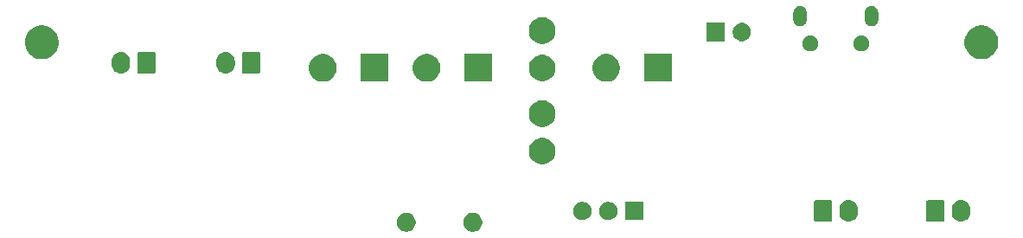
<source format=gbr>
G04 #@! TF.GenerationSoftware,KiCad,Pcbnew,(5.1.5)-3*
G04 #@! TF.CreationDate,2021-01-18T14:34:05-06:00*
G04 #@! TF.ProjectId,USB-PT100,5553422d-5054-4313-9030-2e6b69636164,B*
G04 #@! TF.SameCoordinates,Original*
G04 #@! TF.FileFunction,Soldermask,Bot*
G04 #@! TF.FilePolarity,Negative*
%FSLAX46Y46*%
G04 Gerber Fmt 4.6, Leading zero omitted, Abs format (unit mm)*
G04 Created by KiCad (PCBNEW (5.1.5)-3) date 2021-01-18 14:34:05*
%MOMM*%
%LPD*%
G04 APERTURE LIST*
%ADD10C,0.100000*%
G04 APERTURE END LIST*
D10*
G36*
X146460104Y-96722585D02*
G01*
X146628626Y-96792389D01*
X146780291Y-96893728D01*
X146909272Y-97022709D01*
X147010611Y-97174374D01*
X147080415Y-97342896D01*
X147116000Y-97521797D01*
X147116000Y-97704203D01*
X147080415Y-97883104D01*
X147010611Y-98051626D01*
X146909272Y-98203291D01*
X146780291Y-98332272D01*
X146628626Y-98433611D01*
X146460104Y-98503415D01*
X146281203Y-98539000D01*
X146098797Y-98539000D01*
X145919896Y-98503415D01*
X145751374Y-98433611D01*
X145599709Y-98332272D01*
X145470728Y-98203291D01*
X145369389Y-98051626D01*
X145299585Y-97883104D01*
X145264000Y-97704203D01*
X145264000Y-97521797D01*
X145299585Y-97342896D01*
X145369389Y-97174374D01*
X145470728Y-97022709D01*
X145599709Y-96893728D01*
X145751374Y-96792389D01*
X145919896Y-96722585D01*
X146098797Y-96687000D01*
X146281203Y-96687000D01*
X146460104Y-96722585D01*
G37*
G36*
X139960104Y-96722585D02*
G01*
X140128626Y-96792389D01*
X140280291Y-96893728D01*
X140409272Y-97022709D01*
X140510611Y-97174374D01*
X140580415Y-97342896D01*
X140616000Y-97521797D01*
X140616000Y-97704203D01*
X140580415Y-97883104D01*
X140510611Y-98051626D01*
X140409272Y-98203291D01*
X140280291Y-98332272D01*
X140128626Y-98433611D01*
X139960104Y-98503415D01*
X139781203Y-98539000D01*
X139598797Y-98539000D01*
X139419896Y-98503415D01*
X139251374Y-98433611D01*
X139099709Y-98332272D01*
X138970728Y-98203291D01*
X138869389Y-98051626D01*
X138799585Y-97883104D01*
X138764000Y-97704203D01*
X138764000Y-97521797D01*
X138799585Y-97342896D01*
X138869389Y-97174374D01*
X138970728Y-97022709D01*
X139099709Y-96893728D01*
X139251374Y-96792389D01*
X139419896Y-96722585D01*
X139598797Y-96687000D01*
X139781203Y-96687000D01*
X139960104Y-96722585D01*
G37*
G36*
X183176626Y-95462037D02*
G01*
X183346465Y-95513557D01*
X183346467Y-95513558D01*
X183502989Y-95597221D01*
X183640186Y-95709814D01*
X183714319Y-95800147D01*
X183752778Y-95847009D01*
X183836443Y-96003534D01*
X183887963Y-96173373D01*
X183901000Y-96305742D01*
X183901000Y-96694257D01*
X183887963Y-96826626D01*
X183836443Y-96996466D01*
X183752778Y-97152991D01*
X183735229Y-97174374D01*
X183640186Y-97290186D01*
X183547348Y-97366375D01*
X183502991Y-97402778D01*
X183346466Y-97486443D01*
X183176627Y-97537963D01*
X183000000Y-97555359D01*
X182823374Y-97537963D01*
X182653535Y-97486443D01*
X182497010Y-97402778D01*
X182359815Y-97290185D01*
X182247222Y-97152991D01*
X182163557Y-96996466D01*
X182112037Y-96826627D01*
X182099000Y-96694258D01*
X182099000Y-96305743D01*
X182112037Y-96173374D01*
X182163557Y-96003535D01*
X182247222Y-95847010D01*
X182247223Y-95847009D01*
X182359814Y-95709814D01*
X182461271Y-95626552D01*
X182497009Y-95597222D01*
X182653534Y-95513557D01*
X182823373Y-95462037D01*
X183000000Y-95444641D01*
X183176626Y-95462037D01*
G37*
G36*
X194176626Y-95462037D02*
G01*
X194346465Y-95513557D01*
X194346467Y-95513558D01*
X194502989Y-95597221D01*
X194640186Y-95709814D01*
X194714319Y-95800147D01*
X194752778Y-95847009D01*
X194836443Y-96003534D01*
X194887963Y-96173373D01*
X194901000Y-96305742D01*
X194901000Y-96694257D01*
X194887963Y-96826626D01*
X194836443Y-96996466D01*
X194752778Y-97152991D01*
X194735229Y-97174374D01*
X194640186Y-97290186D01*
X194547348Y-97366375D01*
X194502991Y-97402778D01*
X194346466Y-97486443D01*
X194176627Y-97537963D01*
X194000000Y-97555359D01*
X193823374Y-97537963D01*
X193653535Y-97486443D01*
X193497010Y-97402778D01*
X193359815Y-97290185D01*
X193247222Y-97152991D01*
X193163557Y-96996466D01*
X193112037Y-96826627D01*
X193099000Y-96694258D01*
X193099000Y-96305743D01*
X193112037Y-96173374D01*
X193163557Y-96003535D01*
X193247222Y-95847010D01*
X193247223Y-95847009D01*
X193359814Y-95709814D01*
X193461271Y-95626552D01*
X193497009Y-95597222D01*
X193653534Y-95513557D01*
X193823373Y-95462037D01*
X194000000Y-95444641D01*
X194176626Y-95462037D01*
G37*
G36*
X192258600Y-95452989D02*
G01*
X192291652Y-95463015D01*
X192322103Y-95479292D01*
X192348799Y-95501201D01*
X192370708Y-95527897D01*
X192386985Y-95558348D01*
X192397011Y-95591400D01*
X192401000Y-95631903D01*
X192401000Y-97368097D01*
X192397011Y-97408600D01*
X192386985Y-97441652D01*
X192370708Y-97472103D01*
X192348799Y-97498799D01*
X192322103Y-97520708D01*
X192291652Y-97536985D01*
X192258600Y-97547011D01*
X192218097Y-97551000D01*
X190781903Y-97551000D01*
X190741400Y-97547011D01*
X190708348Y-97536985D01*
X190677897Y-97520708D01*
X190651201Y-97498799D01*
X190629292Y-97472103D01*
X190613015Y-97441652D01*
X190602989Y-97408600D01*
X190599000Y-97368097D01*
X190599000Y-95631903D01*
X190602989Y-95591400D01*
X190613015Y-95558348D01*
X190629292Y-95527897D01*
X190651201Y-95501201D01*
X190677897Y-95479292D01*
X190708348Y-95463015D01*
X190741400Y-95452989D01*
X190781903Y-95449000D01*
X192218097Y-95449000D01*
X192258600Y-95452989D01*
G37*
G36*
X181258600Y-95452989D02*
G01*
X181291652Y-95463015D01*
X181322103Y-95479292D01*
X181348799Y-95501201D01*
X181370708Y-95527897D01*
X181386985Y-95558348D01*
X181397011Y-95591400D01*
X181401000Y-95631903D01*
X181401000Y-97368097D01*
X181397011Y-97408600D01*
X181386985Y-97441652D01*
X181370708Y-97472103D01*
X181348799Y-97498799D01*
X181322103Y-97520708D01*
X181291652Y-97536985D01*
X181258600Y-97547011D01*
X181218097Y-97551000D01*
X179781903Y-97551000D01*
X179741400Y-97547011D01*
X179708348Y-97536985D01*
X179677897Y-97520708D01*
X179651201Y-97498799D01*
X179629292Y-97472103D01*
X179613015Y-97441652D01*
X179602989Y-97408600D01*
X179599000Y-97368097D01*
X179599000Y-95631903D01*
X179602989Y-95591400D01*
X179613015Y-95558348D01*
X179629292Y-95527897D01*
X179651201Y-95501201D01*
X179677897Y-95479292D01*
X179708348Y-95463015D01*
X179741400Y-95452989D01*
X179781903Y-95449000D01*
X181218097Y-95449000D01*
X181258600Y-95452989D01*
G37*
G36*
X157033512Y-95603927D02*
G01*
X157182812Y-95633624D01*
X157346784Y-95701544D01*
X157494354Y-95800147D01*
X157619853Y-95925646D01*
X157718456Y-96073216D01*
X157786376Y-96237188D01*
X157821000Y-96411259D01*
X157821000Y-96588741D01*
X157786376Y-96762812D01*
X157718456Y-96926784D01*
X157619853Y-97074354D01*
X157494354Y-97199853D01*
X157346784Y-97298456D01*
X157182812Y-97366376D01*
X157033512Y-97396073D01*
X157008742Y-97401000D01*
X156831258Y-97401000D01*
X156806488Y-97396073D01*
X156657188Y-97366376D01*
X156493216Y-97298456D01*
X156345646Y-97199853D01*
X156220147Y-97074354D01*
X156121544Y-96926784D01*
X156053624Y-96762812D01*
X156019000Y-96588741D01*
X156019000Y-96411259D01*
X156053624Y-96237188D01*
X156121544Y-96073216D01*
X156220147Y-95925646D01*
X156345646Y-95800147D01*
X156493216Y-95701544D01*
X156657188Y-95633624D01*
X156806488Y-95603927D01*
X156831258Y-95599000D01*
X157008742Y-95599000D01*
X157033512Y-95603927D01*
G37*
G36*
X162901000Y-97401000D02*
G01*
X161099000Y-97401000D01*
X161099000Y-95599000D01*
X162901000Y-95599000D01*
X162901000Y-97401000D01*
G37*
G36*
X159573512Y-95603927D02*
G01*
X159722812Y-95633624D01*
X159886784Y-95701544D01*
X160034354Y-95800147D01*
X160159853Y-95925646D01*
X160258456Y-96073216D01*
X160326376Y-96237188D01*
X160361000Y-96411259D01*
X160361000Y-96588741D01*
X160326376Y-96762812D01*
X160258456Y-96926784D01*
X160159853Y-97074354D01*
X160034354Y-97199853D01*
X159886784Y-97298456D01*
X159722812Y-97366376D01*
X159573512Y-97396073D01*
X159548742Y-97401000D01*
X159371258Y-97401000D01*
X159346488Y-97396073D01*
X159197188Y-97366376D01*
X159033216Y-97298456D01*
X158885646Y-97199853D01*
X158760147Y-97074354D01*
X158661544Y-96926784D01*
X158593624Y-96762812D01*
X158559000Y-96588741D01*
X158559000Y-96411259D01*
X158593624Y-96237188D01*
X158661544Y-96073216D01*
X158760147Y-95925646D01*
X158885646Y-95800147D01*
X159033216Y-95701544D01*
X159197188Y-95633624D01*
X159346488Y-95603927D01*
X159371258Y-95599000D01*
X159548742Y-95599000D01*
X159573512Y-95603927D01*
G37*
G36*
X153379487Y-89383996D02*
G01*
X153616253Y-89482068D01*
X153616255Y-89482069D01*
X153829339Y-89624447D01*
X154010553Y-89805661D01*
X154152932Y-90018747D01*
X154251004Y-90255513D01*
X154301000Y-90506861D01*
X154301000Y-90763139D01*
X154251004Y-91014487D01*
X154152932Y-91251253D01*
X154152931Y-91251255D01*
X154010553Y-91464339D01*
X153829339Y-91645553D01*
X153616255Y-91787931D01*
X153616254Y-91787932D01*
X153616253Y-91787932D01*
X153379487Y-91886004D01*
X153128139Y-91936000D01*
X152871861Y-91936000D01*
X152620513Y-91886004D01*
X152383747Y-91787932D01*
X152383746Y-91787932D01*
X152383745Y-91787931D01*
X152170661Y-91645553D01*
X151989447Y-91464339D01*
X151847069Y-91251255D01*
X151847068Y-91251253D01*
X151748996Y-91014487D01*
X151699000Y-90763139D01*
X151699000Y-90506861D01*
X151748996Y-90255513D01*
X151847068Y-90018747D01*
X151989447Y-89805661D01*
X152170661Y-89624447D01*
X152383745Y-89482069D01*
X152383747Y-89482068D01*
X152620513Y-89383996D01*
X152871861Y-89334000D01*
X153128139Y-89334000D01*
X153379487Y-89383996D01*
G37*
G36*
X153379487Y-85723996D02*
G01*
X153616253Y-85822068D01*
X153616255Y-85822069D01*
X153829339Y-85964447D01*
X154010553Y-86145661D01*
X154152932Y-86358747D01*
X154251004Y-86595513D01*
X154301000Y-86846861D01*
X154301000Y-87103139D01*
X154251004Y-87354487D01*
X154152932Y-87591253D01*
X154152931Y-87591255D01*
X154010553Y-87804339D01*
X153829339Y-87985553D01*
X153616255Y-88127931D01*
X153616254Y-88127932D01*
X153616253Y-88127932D01*
X153379487Y-88226004D01*
X153128139Y-88276000D01*
X152871861Y-88276000D01*
X152620513Y-88226004D01*
X152383747Y-88127932D01*
X152383746Y-88127932D01*
X152383745Y-88127931D01*
X152170661Y-87985553D01*
X151989447Y-87804339D01*
X151847069Y-87591255D01*
X151847068Y-87591253D01*
X151748996Y-87354487D01*
X151699000Y-87103139D01*
X151699000Y-86846861D01*
X151748996Y-86595513D01*
X151847068Y-86358747D01*
X151989447Y-86145661D01*
X152170661Y-85964447D01*
X152383745Y-85822069D01*
X152383747Y-85822068D01*
X152620513Y-85723996D01*
X152871861Y-85674000D01*
X153128139Y-85674000D01*
X153379487Y-85723996D01*
G37*
G36*
X148101000Y-83851000D02*
G01*
X145399000Y-83851000D01*
X145399000Y-81149000D01*
X148101000Y-81149000D01*
X148101000Y-83851000D01*
G37*
G36*
X142064072Y-81200918D02*
G01*
X142260827Y-81282416D01*
X142309939Y-81302759D01*
X142383736Y-81352069D01*
X142531211Y-81450609D01*
X142719391Y-81638789D01*
X142742501Y-81673376D01*
X142830947Y-81805743D01*
X142867242Y-81860063D01*
X142969082Y-82105928D01*
X143021000Y-82366937D01*
X143021000Y-82633063D01*
X142969082Y-82894072D01*
X142936231Y-82973383D01*
X142867241Y-83139939D01*
X142719390Y-83361212D01*
X142531212Y-83549390D01*
X142309939Y-83697241D01*
X142309938Y-83697242D01*
X142309937Y-83697242D01*
X142064072Y-83799082D01*
X141803063Y-83851000D01*
X141536937Y-83851000D01*
X141275928Y-83799082D01*
X141030063Y-83697242D01*
X141030062Y-83697242D01*
X141030061Y-83697241D01*
X140808788Y-83549390D01*
X140620610Y-83361212D01*
X140472759Y-83139939D01*
X140403770Y-82973383D01*
X140370918Y-82894072D01*
X140319000Y-82633063D01*
X140319000Y-82366937D01*
X140370918Y-82105928D01*
X140472758Y-81860063D01*
X140509054Y-81805743D01*
X140597499Y-81673376D01*
X140620609Y-81638789D01*
X140808789Y-81450609D01*
X140956264Y-81352069D01*
X141030061Y-81302759D01*
X141079174Y-81282416D01*
X141275928Y-81200918D01*
X141536937Y-81149000D01*
X141803063Y-81149000D01*
X142064072Y-81200918D01*
G37*
G36*
X137941000Y-83851000D02*
G01*
X135239000Y-83851000D01*
X135239000Y-81149000D01*
X137941000Y-81149000D01*
X137941000Y-83851000D01*
G37*
G36*
X165701000Y-83851000D02*
G01*
X162999000Y-83851000D01*
X162999000Y-81149000D01*
X165701000Y-81149000D01*
X165701000Y-83851000D01*
G37*
G36*
X159664072Y-81200918D02*
G01*
X159860827Y-81282416D01*
X159909939Y-81302759D01*
X159983736Y-81352069D01*
X160131211Y-81450609D01*
X160319391Y-81638789D01*
X160342501Y-81673376D01*
X160430947Y-81805743D01*
X160467242Y-81860063D01*
X160569082Y-82105928D01*
X160621000Y-82366937D01*
X160621000Y-82633063D01*
X160569082Y-82894072D01*
X160536231Y-82973383D01*
X160467241Y-83139939D01*
X160319390Y-83361212D01*
X160131212Y-83549390D01*
X159909939Y-83697241D01*
X159909938Y-83697242D01*
X159909937Y-83697242D01*
X159664072Y-83799082D01*
X159403063Y-83851000D01*
X159136937Y-83851000D01*
X158875928Y-83799082D01*
X158630063Y-83697242D01*
X158630062Y-83697242D01*
X158630061Y-83697241D01*
X158408788Y-83549390D01*
X158220610Y-83361212D01*
X158072759Y-83139939D01*
X158003770Y-82973383D01*
X157970918Y-82894072D01*
X157919000Y-82633063D01*
X157919000Y-82366937D01*
X157970918Y-82105928D01*
X158072758Y-81860063D01*
X158109054Y-81805743D01*
X158197499Y-81673376D01*
X158220609Y-81638789D01*
X158408789Y-81450609D01*
X158556264Y-81352069D01*
X158630061Y-81302759D01*
X158679174Y-81282416D01*
X158875928Y-81200918D01*
X159136937Y-81149000D01*
X159403063Y-81149000D01*
X159664072Y-81200918D01*
G37*
G36*
X131904072Y-81200918D02*
G01*
X132100827Y-81282416D01*
X132149939Y-81302759D01*
X132223736Y-81352069D01*
X132371211Y-81450609D01*
X132559391Y-81638789D01*
X132582501Y-81673376D01*
X132670947Y-81805743D01*
X132707242Y-81860063D01*
X132809082Y-82105928D01*
X132861000Y-82366937D01*
X132861000Y-82633063D01*
X132809082Y-82894072D01*
X132776231Y-82973383D01*
X132707241Y-83139939D01*
X132559390Y-83361212D01*
X132371212Y-83549390D01*
X132149939Y-83697241D01*
X132149938Y-83697242D01*
X132149937Y-83697242D01*
X131904072Y-83799082D01*
X131643063Y-83851000D01*
X131376937Y-83851000D01*
X131115928Y-83799082D01*
X130870063Y-83697242D01*
X130870062Y-83697242D01*
X130870061Y-83697241D01*
X130648788Y-83549390D01*
X130460610Y-83361212D01*
X130312759Y-83139939D01*
X130243770Y-82973383D01*
X130210918Y-82894072D01*
X130159000Y-82633063D01*
X130159000Y-82366937D01*
X130210918Y-82105928D01*
X130312758Y-81860063D01*
X130349054Y-81805743D01*
X130437499Y-81673376D01*
X130460609Y-81638789D01*
X130648789Y-81450609D01*
X130796264Y-81352069D01*
X130870061Y-81302759D01*
X130919174Y-81282416D01*
X131115928Y-81200918D01*
X131376937Y-81149000D01*
X131643063Y-81149000D01*
X131904072Y-81200918D01*
G37*
G36*
X153379487Y-81253996D02*
G01*
X153604044Y-81347011D01*
X153616255Y-81352069D01*
X153829339Y-81494447D01*
X154010553Y-81675661D01*
X154097470Y-81805741D01*
X154152932Y-81888747D01*
X154251004Y-82125513D01*
X154301000Y-82376861D01*
X154301000Y-82633139D01*
X154251004Y-82884487D01*
X154208772Y-82986443D01*
X154152931Y-83121255D01*
X154010553Y-83334339D01*
X153829339Y-83515553D01*
X153616255Y-83657931D01*
X153616254Y-83657932D01*
X153616253Y-83657932D01*
X153379487Y-83756004D01*
X153128139Y-83806000D01*
X152871861Y-83806000D01*
X152620513Y-83756004D01*
X152383747Y-83657932D01*
X152383746Y-83657932D01*
X152383745Y-83657931D01*
X152170661Y-83515553D01*
X151989447Y-83334339D01*
X151847069Y-83121255D01*
X151791228Y-82986443D01*
X151748996Y-82884487D01*
X151699000Y-82633139D01*
X151699000Y-82376861D01*
X151748996Y-82125513D01*
X151847068Y-81888747D01*
X151902531Y-81805741D01*
X151989447Y-81675661D01*
X152170661Y-81494447D01*
X152383745Y-81352069D01*
X152395956Y-81347011D01*
X152620513Y-81253996D01*
X152871861Y-81204000D01*
X153128139Y-81204000D01*
X153379487Y-81253996D01*
G37*
G36*
X122176627Y-80962037D02*
G01*
X122346466Y-81013557D01*
X122502991Y-81097222D01*
X122538729Y-81126552D01*
X122640186Y-81209814D01*
X122699767Y-81282415D01*
X122752778Y-81347009D01*
X122836443Y-81503534D01*
X122887963Y-81673374D01*
X122901000Y-81805743D01*
X122901000Y-82194258D01*
X122887963Y-82326627D01*
X122836443Y-82496466D01*
X122752778Y-82652991D01*
X122723448Y-82688729D01*
X122640186Y-82790186D01*
X122502989Y-82902779D01*
X122346467Y-82986442D01*
X122346465Y-82986443D01*
X122176626Y-83037963D01*
X122000000Y-83055359D01*
X121823373Y-83037963D01*
X121653534Y-82986443D01*
X121497009Y-82902778D01*
X121454750Y-82868097D01*
X121359814Y-82790186D01*
X121247221Y-82652989D01*
X121163558Y-82496467D01*
X121163557Y-82496465D01*
X121112037Y-82326626D01*
X121099000Y-82194257D01*
X121099000Y-81805742D01*
X121112037Y-81673373D01*
X121163557Y-81503534D01*
X121247222Y-81347009D01*
X121359815Y-81209815D01*
X121497010Y-81097222D01*
X121653535Y-81013557D01*
X121823374Y-80962037D01*
X122000000Y-80944641D01*
X122176627Y-80962037D01*
G37*
G36*
X111926627Y-80962037D02*
G01*
X112096466Y-81013557D01*
X112252991Y-81097222D01*
X112288729Y-81126552D01*
X112390186Y-81209814D01*
X112449767Y-81282415D01*
X112502778Y-81347009D01*
X112586443Y-81503534D01*
X112637963Y-81673374D01*
X112651000Y-81805743D01*
X112651000Y-82194258D01*
X112637963Y-82326627D01*
X112586443Y-82496466D01*
X112502778Y-82652991D01*
X112473448Y-82688729D01*
X112390186Y-82790186D01*
X112252989Y-82902779D01*
X112096467Y-82986442D01*
X112096465Y-82986443D01*
X111926626Y-83037963D01*
X111750000Y-83055359D01*
X111573373Y-83037963D01*
X111403534Y-82986443D01*
X111247009Y-82902778D01*
X111204750Y-82868097D01*
X111109814Y-82790186D01*
X110997221Y-82652989D01*
X110913558Y-82496467D01*
X110913557Y-82496465D01*
X110862037Y-82326626D01*
X110849000Y-82194257D01*
X110849000Y-81805742D01*
X110862037Y-81673373D01*
X110913557Y-81503534D01*
X110997222Y-81347009D01*
X111109815Y-81209815D01*
X111247010Y-81097222D01*
X111403535Y-81013557D01*
X111573374Y-80962037D01*
X111750000Y-80944641D01*
X111926627Y-80962037D01*
G37*
G36*
X125258600Y-80952989D02*
G01*
X125291652Y-80963015D01*
X125322103Y-80979292D01*
X125348799Y-81001201D01*
X125370708Y-81027897D01*
X125386985Y-81058348D01*
X125397011Y-81091400D01*
X125401000Y-81131903D01*
X125401000Y-82868097D01*
X125397011Y-82908600D01*
X125386985Y-82941652D01*
X125370708Y-82972103D01*
X125348799Y-82998799D01*
X125322103Y-83020708D01*
X125291652Y-83036985D01*
X125258600Y-83047011D01*
X125218097Y-83051000D01*
X123781903Y-83051000D01*
X123741400Y-83047011D01*
X123708348Y-83036985D01*
X123677897Y-83020708D01*
X123651201Y-82998799D01*
X123629292Y-82972103D01*
X123613015Y-82941652D01*
X123602989Y-82908600D01*
X123599000Y-82868097D01*
X123599000Y-81131903D01*
X123602989Y-81091400D01*
X123613015Y-81058348D01*
X123629292Y-81027897D01*
X123651201Y-81001201D01*
X123677897Y-80979292D01*
X123708348Y-80963015D01*
X123741400Y-80952989D01*
X123781903Y-80949000D01*
X125218097Y-80949000D01*
X125258600Y-80952989D01*
G37*
G36*
X115008600Y-80952989D02*
G01*
X115041652Y-80963015D01*
X115072103Y-80979292D01*
X115098799Y-81001201D01*
X115120708Y-81027897D01*
X115136985Y-81058348D01*
X115147011Y-81091400D01*
X115151000Y-81131903D01*
X115151000Y-82868097D01*
X115147011Y-82908600D01*
X115136985Y-82941652D01*
X115120708Y-82972103D01*
X115098799Y-82998799D01*
X115072103Y-83020708D01*
X115041652Y-83036985D01*
X115008600Y-83047011D01*
X114968097Y-83051000D01*
X113531903Y-83051000D01*
X113491400Y-83047011D01*
X113458348Y-83036985D01*
X113427897Y-83020708D01*
X113401201Y-82998799D01*
X113379292Y-82972103D01*
X113363015Y-82941652D01*
X113352989Y-82908600D01*
X113349000Y-82868097D01*
X113349000Y-81131903D01*
X113352989Y-81091400D01*
X113363015Y-81058348D01*
X113379292Y-81027897D01*
X113401201Y-81001201D01*
X113427897Y-80979292D01*
X113458348Y-80963015D01*
X113491400Y-80952989D01*
X113531903Y-80949000D01*
X114968097Y-80949000D01*
X115008600Y-80952989D01*
G37*
G36*
X196375256Y-78391298D02*
G01*
X196481579Y-78412447D01*
X196782042Y-78536903D01*
X197052451Y-78717585D01*
X197282415Y-78947549D01*
X197376757Y-79088742D01*
X197463098Y-79217960D01*
X197465802Y-79224488D01*
X197587553Y-79518421D01*
X197598679Y-79574354D01*
X197651000Y-79837389D01*
X197651000Y-80162611D01*
X197643974Y-80197931D01*
X197587553Y-80481579D01*
X197463097Y-80782042D01*
X197282415Y-81052451D01*
X197052451Y-81282415D01*
X196782042Y-81463097D01*
X196782041Y-81463098D01*
X196782040Y-81463098D01*
X196694037Y-81499550D01*
X196481579Y-81587553D01*
X196375256Y-81608702D01*
X196162611Y-81651000D01*
X195837389Y-81651000D01*
X195624744Y-81608702D01*
X195518421Y-81587553D01*
X195305963Y-81499550D01*
X195217960Y-81463098D01*
X195217959Y-81463098D01*
X195217958Y-81463097D01*
X194947549Y-81282415D01*
X194717585Y-81052451D01*
X194536903Y-80782042D01*
X194412447Y-80481579D01*
X194356026Y-80197931D01*
X194349000Y-80162611D01*
X194349000Y-79837389D01*
X194401321Y-79574354D01*
X194412447Y-79518421D01*
X194534198Y-79224488D01*
X194536902Y-79217960D01*
X194623243Y-79088742D01*
X194717585Y-78947549D01*
X194947549Y-78717585D01*
X195217958Y-78536903D01*
X195518421Y-78412447D01*
X195624744Y-78391298D01*
X195837389Y-78349000D01*
X196162611Y-78349000D01*
X196375256Y-78391298D01*
G37*
G36*
X104375256Y-78391298D02*
G01*
X104481579Y-78412447D01*
X104782042Y-78536903D01*
X105052451Y-78717585D01*
X105282415Y-78947549D01*
X105376757Y-79088742D01*
X105463098Y-79217960D01*
X105465802Y-79224488D01*
X105587553Y-79518421D01*
X105598679Y-79574354D01*
X105651000Y-79837389D01*
X105651000Y-80162611D01*
X105643974Y-80197931D01*
X105587553Y-80481579D01*
X105463097Y-80782042D01*
X105282415Y-81052451D01*
X105052451Y-81282415D01*
X104782042Y-81463097D01*
X104782041Y-81463098D01*
X104782040Y-81463098D01*
X104694037Y-81499550D01*
X104481579Y-81587553D01*
X104375256Y-81608702D01*
X104162611Y-81651000D01*
X103837389Y-81651000D01*
X103624744Y-81608702D01*
X103518421Y-81587553D01*
X103305963Y-81499550D01*
X103217960Y-81463098D01*
X103217959Y-81463098D01*
X103217958Y-81463097D01*
X102947549Y-81282415D01*
X102717585Y-81052451D01*
X102536903Y-80782042D01*
X102412447Y-80481579D01*
X102356026Y-80197931D01*
X102349000Y-80162611D01*
X102349000Y-79837389D01*
X102401321Y-79574354D01*
X102412447Y-79518421D01*
X102534198Y-79224488D01*
X102536902Y-79217960D01*
X102623243Y-79088742D01*
X102717585Y-78947549D01*
X102947549Y-78717585D01*
X103217958Y-78536903D01*
X103518421Y-78412447D01*
X103624744Y-78391298D01*
X103837389Y-78349000D01*
X104162611Y-78349000D01*
X104375256Y-78391298D01*
G37*
G36*
X179468348Y-79375320D02*
G01*
X179468350Y-79375321D01*
X179468351Y-79375321D01*
X179609574Y-79433817D01*
X179609577Y-79433819D01*
X179736669Y-79518739D01*
X179844761Y-79626831D01*
X179929681Y-79753923D01*
X179929683Y-79753926D01*
X179976261Y-79866376D01*
X179988180Y-79895152D01*
X180008624Y-79997932D01*
X180018000Y-80045071D01*
X180018000Y-80197929D01*
X179988179Y-80347851D01*
X179929683Y-80489074D01*
X179929681Y-80489077D01*
X179844761Y-80616169D01*
X179736669Y-80724261D01*
X179650196Y-80782040D01*
X179609574Y-80809183D01*
X179468351Y-80867679D01*
X179468350Y-80867679D01*
X179468348Y-80867680D01*
X179318431Y-80897500D01*
X179165569Y-80897500D01*
X179015652Y-80867680D01*
X179015650Y-80867679D01*
X179015649Y-80867679D01*
X178874426Y-80809183D01*
X178833804Y-80782040D01*
X178747331Y-80724261D01*
X178639239Y-80616169D01*
X178554319Y-80489077D01*
X178554317Y-80489074D01*
X178495821Y-80347851D01*
X178466000Y-80197929D01*
X178466000Y-80045071D01*
X178475376Y-79997932D01*
X178495820Y-79895152D01*
X178507739Y-79866376D01*
X178554317Y-79753926D01*
X178554319Y-79753923D01*
X178639239Y-79626831D01*
X178747331Y-79518739D01*
X178874423Y-79433819D01*
X178874426Y-79433817D01*
X179015649Y-79375321D01*
X179015650Y-79375321D01*
X179015652Y-79375320D01*
X179165569Y-79345500D01*
X179318431Y-79345500D01*
X179468348Y-79375320D01*
G37*
G36*
X184468348Y-79375320D02*
G01*
X184468350Y-79375321D01*
X184468351Y-79375321D01*
X184609574Y-79433817D01*
X184609577Y-79433819D01*
X184736669Y-79518739D01*
X184844761Y-79626831D01*
X184929681Y-79753923D01*
X184929683Y-79753926D01*
X184976261Y-79866376D01*
X184988180Y-79895152D01*
X185008624Y-79997932D01*
X185018000Y-80045071D01*
X185018000Y-80197929D01*
X184988179Y-80347851D01*
X184929683Y-80489074D01*
X184929681Y-80489077D01*
X184844761Y-80616169D01*
X184736669Y-80724261D01*
X184650196Y-80782040D01*
X184609574Y-80809183D01*
X184468351Y-80867679D01*
X184468350Y-80867679D01*
X184468348Y-80867680D01*
X184318431Y-80897500D01*
X184165569Y-80897500D01*
X184015652Y-80867680D01*
X184015650Y-80867679D01*
X184015649Y-80867679D01*
X183874426Y-80809183D01*
X183833804Y-80782040D01*
X183747331Y-80724261D01*
X183639239Y-80616169D01*
X183554319Y-80489077D01*
X183554317Y-80489074D01*
X183495821Y-80347851D01*
X183466000Y-80197929D01*
X183466000Y-80045071D01*
X183475376Y-79997932D01*
X183495820Y-79895152D01*
X183507739Y-79866376D01*
X183554317Y-79753926D01*
X183554319Y-79753923D01*
X183639239Y-79626831D01*
X183747331Y-79518739D01*
X183874423Y-79433819D01*
X183874426Y-79433817D01*
X184015649Y-79375321D01*
X184015650Y-79375321D01*
X184015652Y-79375320D01*
X184165569Y-79345500D01*
X184318431Y-79345500D01*
X184468348Y-79375320D01*
G37*
G36*
X153379487Y-77593996D02*
G01*
X153616253Y-77692068D01*
X153616255Y-77692069D01*
X153829339Y-77834447D01*
X154010553Y-78015661D01*
X154090243Y-78134925D01*
X154152932Y-78228747D01*
X154251004Y-78465513D01*
X154301000Y-78716861D01*
X154301000Y-78973139D01*
X154251004Y-79224487D01*
X154152932Y-79461253D01*
X154152931Y-79461255D01*
X154010553Y-79674339D01*
X153829339Y-79855553D01*
X153616255Y-79997931D01*
X153616254Y-79997932D01*
X153616253Y-79997932D01*
X153379487Y-80096004D01*
X153128139Y-80146000D01*
X152871861Y-80146000D01*
X152620513Y-80096004D01*
X152383747Y-79997932D01*
X152383746Y-79997932D01*
X152383745Y-79997931D01*
X152170661Y-79855553D01*
X151989447Y-79674339D01*
X151847069Y-79461255D01*
X151847068Y-79461253D01*
X151748996Y-79224487D01*
X151699000Y-78973139D01*
X151699000Y-78716861D01*
X151748996Y-78465513D01*
X151847068Y-78228747D01*
X151909758Y-78134925D01*
X151989447Y-78015661D01*
X152170661Y-77834447D01*
X152383745Y-77692069D01*
X152383747Y-77692068D01*
X152620513Y-77593996D01*
X152871861Y-77544000D01*
X153128139Y-77544000D01*
X153379487Y-77593996D01*
G37*
G36*
X170901000Y-79901000D02*
G01*
X169099000Y-79901000D01*
X169099000Y-78099000D01*
X170901000Y-78099000D01*
X170901000Y-79901000D01*
G37*
G36*
X172653512Y-78103927D02*
G01*
X172802812Y-78133624D01*
X172966784Y-78201544D01*
X173114354Y-78300147D01*
X173239853Y-78425646D01*
X173338456Y-78573216D01*
X173406376Y-78737188D01*
X173441000Y-78911259D01*
X173441000Y-79088741D01*
X173406376Y-79262812D01*
X173338456Y-79426784D01*
X173239853Y-79574354D01*
X173114354Y-79699853D01*
X172966784Y-79798456D01*
X172802812Y-79866376D01*
X172653512Y-79896073D01*
X172628742Y-79901000D01*
X172451258Y-79901000D01*
X172426488Y-79896073D01*
X172277188Y-79866376D01*
X172113216Y-79798456D01*
X171965646Y-79699853D01*
X171840147Y-79574354D01*
X171741544Y-79426784D01*
X171673624Y-79262812D01*
X171639000Y-79088741D01*
X171639000Y-78911259D01*
X171673624Y-78737188D01*
X171741544Y-78573216D01*
X171840147Y-78425646D01*
X171965646Y-78300147D01*
X172113216Y-78201544D01*
X172277188Y-78133624D01*
X172426488Y-78103927D01*
X172451258Y-78099000D01*
X172628742Y-78099000D01*
X172653512Y-78103927D01*
G37*
G36*
X185369617Y-76429920D02*
G01*
X185460403Y-76457460D01*
X185492335Y-76467146D01*
X185605424Y-76527594D01*
X185704554Y-76608947D01*
X185785906Y-76708075D01*
X185846354Y-76821164D01*
X185856040Y-76853096D01*
X185883580Y-76943882D01*
X185893000Y-77039527D01*
X185893000Y-77803473D01*
X185883580Y-77899118D01*
X185856040Y-77989904D01*
X185846354Y-78021836D01*
X185785906Y-78134925D01*
X185704554Y-78234054D01*
X185605425Y-78315406D01*
X185492336Y-78375854D01*
X185460404Y-78385540D01*
X185369618Y-78413080D01*
X185242000Y-78425649D01*
X185114383Y-78413080D01*
X185023597Y-78385540D01*
X184991665Y-78375854D01*
X184878576Y-78315406D01*
X184779447Y-78234054D01*
X184698095Y-78134925D01*
X184637648Y-78021837D01*
X184637645Y-78021832D01*
X184600420Y-77899118D01*
X184591000Y-77803473D01*
X184591000Y-77039528D01*
X184600420Y-76943883D01*
X184637645Y-76821169D01*
X184637646Y-76821165D01*
X184698094Y-76708076D01*
X184779447Y-76608946D01*
X184878575Y-76527594D01*
X184991664Y-76467146D01*
X185023596Y-76457460D01*
X185114382Y-76429920D01*
X185242000Y-76417351D01*
X185369617Y-76429920D01*
G37*
G36*
X178369618Y-76429920D02*
G01*
X178460404Y-76457460D01*
X178492336Y-76467146D01*
X178605425Y-76527594D01*
X178704554Y-76608946D01*
X178785906Y-76708075D01*
X178846354Y-76821164D01*
X178856040Y-76853096D01*
X178883580Y-76943882D01*
X178893000Y-77039527D01*
X178893000Y-77803473D01*
X178883580Y-77899118D01*
X178856040Y-77989904D01*
X178846354Y-78021836D01*
X178785906Y-78134925D01*
X178704554Y-78234053D01*
X178605424Y-78315406D01*
X178492335Y-78375854D01*
X178460403Y-78385540D01*
X178369617Y-78413080D01*
X178242000Y-78425649D01*
X178114382Y-78413080D01*
X178023596Y-78385540D01*
X177991664Y-78375854D01*
X177878575Y-78315406D01*
X177779447Y-78234054D01*
X177698094Y-78134924D01*
X177637646Y-78021835D01*
X177627960Y-77989903D01*
X177600420Y-77899117D01*
X177591000Y-77803472D01*
X177591000Y-77039527D01*
X177600420Y-76943882D01*
X177637645Y-76821168D01*
X177662608Y-76774466D01*
X177698095Y-76708075D01*
X177779447Y-76608946D01*
X177878576Y-76527594D01*
X177991665Y-76467146D01*
X178023597Y-76457460D01*
X178114383Y-76429920D01*
X178242000Y-76417351D01*
X178369618Y-76429920D01*
G37*
M02*

</source>
